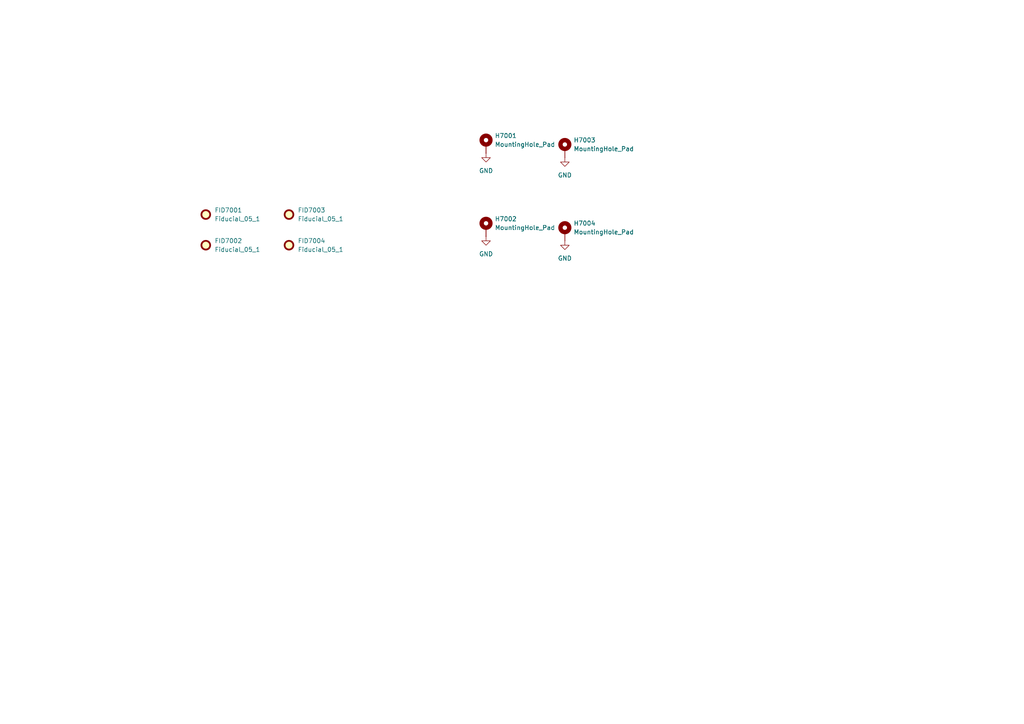
<source format=kicad_sch>
(kicad_sch (version 20231120) (generator "eeschema") (generator_version "8.0")
  (paper "A4")
  (lib_symbols
    (symbol "Mechanical:MountingHole_Pad" (pin_numbers hide) (pin_names (offset 1.016) hide) (exclude_from_sim yes) (in_bom no)
      (property "Reference" "H" (at 0 6.35 0))
      (property "Value" "MountingHole_Pad" (at 0 4.445 0))
      (symbol "MountingHole_Pad_0_1"
        (circle (center 0 1.27) (radius 1.27) (stroke (width 1.27)))
      )
      (symbol "MountingHole_Pad_1_1"
        (pin input line (at 0 -2.54 90) (length 2.54) (name "1") (number "1"))
      )
    )
    (symbol "bt_misc:Fiducial_0.5mm_Mask1mm" (exclude_from_sim yes) (in_bom no)
      (property "Reference" "FID" (at 0 5.08 0))
      (property "Value" "Fiducial_05_1" (at 0 3.175 0))
      (symbol "Fiducial_0.5mm_Mask1mm_0_1"
        (circle (center 0 0) (radius 1.27) (stroke (width 0.508)) (fill (type background)))
      )
    )
    (symbol "power:GND" (power) (pin_numbers hide) (pin_names (offset 0) hide)
      (property "Value" "GND" (at 0 -3.81 0))
      (symbol "GND_0_1"
        (polyline (pts (xy 0 0) (xy 0 -1.27) (xy 1.27 -1.27) (xy 0 -2.54) (xy -1.27 -1.27) (xy 0 -1.27)))
      )
      (symbol "GND_1_1"
        (pin power_in line (at 0 0 270) (length 0) (name "~") (number "1"))
      )
    )
  )
  (symbol (lib_id "power:GND") (at 140.97 68.58 0) (unit 1)
    (property "Reference" "#PWR07001" (effects (hide yes)))
    (property "Value" "GND" (at 140.97 73.66 0))
    (property "Description" "Power symbol creates a global label with name \"GND\" , ground" (effects (hide yes)))
  )
  (symbol (lib_id "bt_misc:Fiducial_0.5mm_Mask1mm") (at 59.69 62.23 0) (unit 1) (exclude_from_sim yes) (in_bom no)
    (property "Reference" "FID7001" (at 62.23 60.9599 0) (effects (justify left)))
    (property "Value" "Fiducial_05_1" (at 62.23 63.4999 0) (effects (justify left)))
    (property "Footprint" "Fiducial:Fiducial_0.5mm_Mask1mm" (effects (hide yes)))
    (property "Description" "Fiducial Marker" (effects (hide yes)))
  )
  (symbol (lib_id "bt_misc:Fiducial_0.5mm_Mask1mm") (at 59.69 71.12 0) (unit 1) (exclude_from_sim yes) (in_bom no)
    (property "Reference" "FID7002" (at 62.23 69.8499 0) (effects (justify left)))
    (property "Value" "Fiducial_05_1" (at 62.23 72.3899 0) (effects (justify left)))
    (property "Footprint" "Fiducial:Fiducial_0.5mm_Mask1mm" (effects (hide yes)))
    (property "Description" "Fiducial Marker" (effects (hide yes)))
  )
  (symbol (lib_id "power:GND") (at 163.83 69.85 0) (unit 1)
    (property "Reference" "#PWR07004" (effects (hide yes)))
    (property "Value" "GND" (at 163.83 74.93 0))
    (property "Description" "Power symbol creates a global label with name \"GND\" , ground" (effects (hide yes)))
  )
  (symbol (lib_id "bt_misc:Fiducial_0.5mm_Mask1mm") (at 83.82 62.23 0) (unit 1) (exclude_from_sim yes) (in_bom no)
    (property "Reference" "FID7003" (at 86.36 60.9599 0) (effects (justify left)))
    (property "Value" "Fiducial_05_1" (at 86.36 63.4999 0) (effects (justify left)))
    (property "Footprint" "Fiducial:Fiducial_0.5mm_Mask1mm" (effects (hide yes)))
    (property "Description" "Fiducial Marker" (effects (hide yes)))
  )
  (symbol (lib_id "Mechanical:MountingHole_Pad") (at 140.97 66.04 0) (unit 1) (exclude_from_sim yes) (in_bom no)
    (property "Reference" "H7002" (at 143.51 63.4999 0) (effects (justify left)))
    (property "Value" "MountingHole_Pad" (at 143.51 66.0399 0) (effects (justify left)))
    (property "Footprint" "MountingHole:MountingHole_3.2mm_M3_ISO7380_Pad" (effects (hide yes)))
    (property "Description" "Mounting Hole with connection" (effects (hide yes)))
  )
  (symbol (lib_id "bt_misc:Fiducial_0.5mm_Mask1mm") (at 83.82 71.12 0) (unit 1) (exclude_from_sim yes) (in_bom no)
    (property "Reference" "FID7004" (at 86.36 69.8499 0) (effects (justify left)))
    (property "Value" "Fiducial_05_1" (at 86.36 72.3899 0) (effects (justify left)))
    (property "Footprint" "Fiducial:Fiducial_0.5mm_Mask1mm" (effects (hide yes)))
    (property "Description" "Fiducial Marker" (effects (hide yes)))
  )
  (symbol (lib_id "Mechanical:MountingHole_Pad") (at 163.83 67.31 0) (unit 1) (exclude_from_sim yes) (in_bom no)
    (property "Reference" "H7004" (at 166.37 64.7699 0) (effects (justify left)))
    (property "Value" "MountingHole_Pad" (at 166.37 67.3099 0) (effects (justify left)))
    (property "Footprint" "MountingHole:MountingHole_3.2mm_M3_ISO7380_Pad" (effects (hide yes)))
    (property "Description" "Mounting Hole with connection" (effects (hide yes)))
  )
  (symbol (lib_id "Mechanical:MountingHole_Pad") (at 163.83 43.18 0) (unit 1) (exclude_from_sim yes) (in_bom no)
    (property "Reference" "H7003" (at 166.37 40.6399 0) (effects (justify left)))
    (property "Value" "MountingHole_Pad" (at 166.37 43.1799 0) (effects (justify left)))
    (property "Footprint" "MountingHole:MountingHole_3.2mm_M3_ISO7380_Pad" (effects (hide yes)))
    (property "Description" "Mounting Hole with connection" (effects (hide yes)))
  )
  (symbol (lib_id "power:GND") (at 140.97 44.45 0) (unit 1)
    (property "Reference" "#PWR07002" (effects (hide yes)))
    (property "Value" "GND" (at 140.97 49.53 0))
    (property "Description" "Power symbol creates a global label with name \"GND\" , ground" (effects (hide yes)))
  )
  (symbol (lib_id "power:GND") (at 163.83 45.72 0) (unit 1)
    (property "Reference" "#PWR07003" (effects (hide yes)))
    (property "Value" "GND" (at 163.83 50.8 0))
    (property "Description" "Power symbol creates a global label with name \"GND\" , ground" (effects (hide yes)))
  )
  (symbol (lib_id "Mechanical:MountingHole_Pad") (at 140.97 41.91 0) (unit 1) (exclude_from_sim yes) (in_bom no)
    (property "Reference" "H7001" (at 143.51 39.3699 0) (effects (justify left)))
    (property "Value" "MountingHole_Pad" (at 143.51 41.9099 0) (effects (justify left)))
    (property "Footprint" "MountingHole:MountingHole_3.2mm_M3_ISO7380_Pad" (effects (hide yes)))
    (property "Description" "Mounting Hole with connection" (effects (hide yes)))
  )
)
</source>
